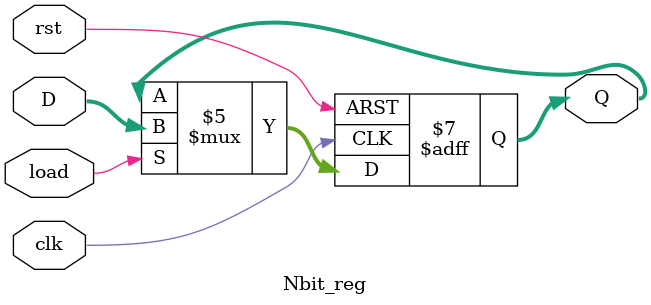
<source format=v>
`timescale 1ns / 1ps


module Nbit_reg #(parameter n = 8)
(
    input clk,
    input load,
    input rst,
    input [n-1:0] D,
    output reg [n-1:0] Q
 );

always @ (posedge clk or posedge rst) begin
    if (rst == 1) begin
        Q <= 0;
    end 
    else if (load == 1) begin 
        Q <= D;
    end
    else begin 
        Q <= Q;
    end
end
// wire [n-1:0] y; 
// genvar i; 
 
// generate
//    for (i = 0;i<n; i=i+1) begin
//        mux m (Q[i], D[i], load, y[i]);
//        DFlipFlop ff (clk, rst, y[i], Q[i]);
//    end 
//endgenerate
endmodule
</source>
